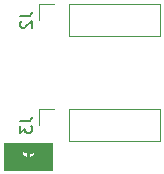
<source format=gbr>
G04 #@! TF.GenerationSoftware,KiCad,Pcbnew,(5.1.2)-2*
G04 #@! TF.CreationDate,2022-10-24T21:46:32-05:00*
G04 #@! TF.ProjectId,nrf24l01_breakout,6e726632-346c-4303-915f-627265616b6f,v1.0*
G04 #@! TF.SameCoordinates,Original*
G04 #@! TF.FileFunction,Legend,Bot*
G04 #@! TF.FilePolarity,Positive*
%FSLAX46Y46*%
G04 Gerber Fmt 4.6, Leading zero omitted, Abs format (unit mm)*
G04 Created by KiCad (PCBNEW (5.1.2)-2) date 2022-10-24 21:46:32*
%MOMM*%
%LPD*%
G04 APERTURE LIST*
%ADD10C,0.010000*%
%ADD11C,0.120000*%
%ADD12C,0.150000*%
G04 APERTURE END LIST*
D10*
G36*
X125285500Y-149834600D02*
G01*
X129349500Y-149834600D01*
X129349500Y-148216620D01*
X127846277Y-148216620D01*
X127844779Y-148366480D01*
X127844332Y-148409416D01*
X127843881Y-148443439D01*
X127843321Y-148469794D01*
X127842551Y-148489729D01*
X127841468Y-148504488D01*
X127839970Y-148515318D01*
X127837954Y-148523465D01*
X127835318Y-148530176D01*
X127831959Y-148536695D01*
X127830573Y-148539200D01*
X127815760Y-148559007D01*
X127793179Y-148578145D01*
X127784853Y-148583864D01*
X127759228Y-148600225D01*
X127726640Y-148620172D01*
X127689107Y-148642540D01*
X127648647Y-148666165D01*
X127607280Y-148689884D01*
X127567023Y-148712533D01*
X127529894Y-148732947D01*
X127497914Y-148749963D01*
X127487680Y-148755220D01*
X127461629Y-148768564D01*
X127437404Y-148781214D01*
X127417099Y-148792060D01*
X127402808Y-148799990D01*
X127398780Y-148802384D01*
X127386773Y-148809353D01*
X127378470Y-148813222D01*
X127377190Y-148813501D01*
X127376327Y-148808611D01*
X127375533Y-148794681D01*
X127374829Y-148772826D01*
X127374240Y-148744167D01*
X127373787Y-148709820D01*
X127373493Y-148670905D01*
X127373381Y-148628539D01*
X127373380Y-148625656D01*
X127373380Y-148582803D01*
X127266700Y-148582803D01*
X127266619Y-148630139D01*
X127266387Y-148674149D01*
X127266019Y-148713836D01*
X127265534Y-148748202D01*
X127264947Y-148776250D01*
X127264275Y-148796981D01*
X127263535Y-148809399D01*
X127262864Y-148812673D01*
X127257283Y-148809916D01*
X127244200Y-148803327D01*
X127225163Y-148793690D01*
X127201721Y-148781788D01*
X127180314Y-148770896D01*
X127141698Y-148750829D01*
X127100862Y-148728887D01*
X127058938Y-148705739D01*
X127017057Y-148682056D01*
X126976352Y-148658507D01*
X126937955Y-148635761D01*
X126902997Y-148614489D01*
X126872611Y-148595360D01*
X126847928Y-148579044D01*
X126830081Y-148566210D01*
X126820831Y-148558225D01*
X126814249Y-148550666D01*
X126808850Y-148542650D01*
X126804520Y-148533137D01*
X126801147Y-148521087D01*
X126798616Y-148505461D01*
X126796813Y-148485220D01*
X126795626Y-148459323D01*
X126794939Y-148426732D01*
X126794640Y-148386406D01*
X126794615Y-148337307D01*
X126794648Y-148318851D01*
X126795035Y-148135340D01*
X126809728Y-148179617D01*
X126821842Y-148212553D01*
X126833817Y-148236999D01*
X126846651Y-148254564D01*
X126861343Y-148266853D01*
X126865380Y-148269266D01*
X126876734Y-148273889D01*
X126895722Y-148279770D01*
X126920000Y-148286255D01*
X126947225Y-148292691D01*
X126956820Y-148294769D01*
X126977504Y-148299007D01*
X127004099Y-148304256D01*
X127035093Y-148310236D01*
X127068977Y-148316670D01*
X127104241Y-148323278D01*
X127139374Y-148329782D01*
X127172867Y-148335903D01*
X127203209Y-148341363D01*
X127228891Y-148345882D01*
X127248401Y-148349183D01*
X127260231Y-148350986D01*
X127262846Y-148351240D01*
X127263635Y-148356152D01*
X127264370Y-148370216D01*
X127265034Y-148392426D01*
X127265610Y-148421774D01*
X127266081Y-148457252D01*
X127266430Y-148497854D01*
X127266642Y-148542572D01*
X127266700Y-148582803D01*
X127373380Y-148582803D01*
X127373380Y-148437793D01*
X127384810Y-148435400D01*
X127393124Y-148433696D01*
X127409705Y-148430327D01*
X127432862Y-148425634D01*
X127460903Y-148419962D01*
X127492136Y-148413653D01*
X127499131Y-148412241D01*
X127561259Y-148399115D01*
X127614133Y-148386595D01*
X127658618Y-148374374D01*
X127695581Y-148362144D01*
X127725884Y-148349600D01*
X127750395Y-148336432D01*
X127769977Y-148322336D01*
X127780679Y-148312315D01*
X127792343Y-148298506D01*
X127806387Y-148279518D01*
X127820150Y-148258987D01*
X127822817Y-148254720D01*
X127846277Y-148216620D01*
X129349500Y-148216620D01*
X129349500Y-147675600D01*
X127845820Y-147675600D01*
X127845820Y-148137577D01*
X127794520Y-148199958D01*
X127775643Y-148222585D01*
X127757707Y-148243495D01*
X127742266Y-148260918D01*
X127730875Y-148273082D01*
X127727210Y-148276617D01*
X127717826Y-148283868D01*
X127703664Y-148293594D01*
X127687245Y-148304212D01*
X127671089Y-148314140D01*
X127657719Y-148321796D01*
X127649656Y-148325600D01*
X127648868Y-148325761D01*
X127648567Y-148321089D01*
X127648865Y-148308445D01*
X127649692Y-148289996D01*
X127650457Y-148276310D01*
X127651940Y-148253823D01*
X127653479Y-148234323D01*
X127653793Y-148231158D01*
X127590063Y-148231158D01*
X127589297Y-148244340D01*
X127587639Y-148262408D01*
X127585389Y-148282783D01*
X127582845Y-148302881D01*
X127580305Y-148320122D01*
X127578068Y-148331924D01*
X127576920Y-148335450D01*
X127571476Y-148337400D01*
X127557878Y-148340623D01*
X127538004Y-148344776D01*
X127513730Y-148349516D01*
X127486934Y-148354500D01*
X127459493Y-148359385D01*
X127433284Y-148363830D01*
X127410185Y-148367490D01*
X127392071Y-148370024D01*
X127382038Y-148371033D01*
X127377219Y-148370191D01*
X127374671Y-148365535D01*
X127373913Y-148354931D01*
X127374418Y-148337270D01*
X127375920Y-148302980D01*
X127428430Y-148283164D01*
X127266161Y-148283164D01*
X127265429Y-148294080D01*
X127262995Y-148299126D01*
X127258400Y-148300433D01*
X127257821Y-148300440D01*
X127250085Y-148299579D01*
X127234062Y-148297181D01*
X127211458Y-148293523D01*
X127183982Y-148288883D01*
X127153343Y-148283537D01*
X127150433Y-148283021D01*
X127120229Y-148277589D01*
X127093659Y-148272681D01*
X127072263Y-148268593D01*
X127057585Y-148265620D01*
X127051166Y-148264058D01*
X127051016Y-148263971D01*
X127049593Y-148257865D01*
X127048755Y-148249717D01*
X126997145Y-148249717D01*
X126996717Y-148254688D01*
X126996588Y-148254720D01*
X126991019Y-148253705D01*
X126977802Y-148250978D01*
X126959213Y-148247014D01*
X126946833Y-148244328D01*
X126925819Y-148239568D01*
X126908547Y-148235331D01*
X126897440Y-148232229D01*
X126894821Y-148231217D01*
X126891329Y-148226047D01*
X126884075Y-148213145D01*
X126873790Y-148193890D01*
X126861206Y-148169660D01*
X126847057Y-148141834D01*
X126842340Y-148132439D01*
X126794260Y-148036381D01*
X126794260Y-147675600D01*
X126895860Y-147675600D01*
X126895860Y-147791625D01*
X126896029Y-147832592D01*
X126896499Y-147877216D01*
X126897214Y-147922073D01*
X126898120Y-147963744D01*
X126899163Y-147998808D01*
X126899204Y-147999967D01*
X126902548Y-148092284D01*
X126947464Y-148116284D01*
X126992380Y-148140285D01*
X126992380Y-148181627D01*
X126992772Y-148203414D01*
X126993807Y-148223226D01*
X126995277Y-148237293D01*
X126995555Y-148238845D01*
X126997145Y-148249717D01*
X127048755Y-148249717D01*
X127048239Y-148244713D01*
X127047060Y-148227134D01*
X127046164Y-148207745D01*
X127045659Y-148189166D01*
X127045651Y-148174016D01*
X127046249Y-148164911D01*
X127046888Y-148163430D01*
X127052696Y-148164884D01*
X127066766Y-148168869D01*
X127087641Y-148174959D01*
X127113863Y-148182727D01*
X127143976Y-148191745D01*
X127157480Y-148195818D01*
X127264160Y-148228056D01*
X127265653Y-148264248D01*
X127266161Y-148283164D01*
X127428430Y-148283164D01*
X127481648Y-148263081D01*
X127512336Y-148251634D01*
X127539726Y-148241672D01*
X127562435Y-148233678D01*
X127579081Y-148228134D01*
X127588280Y-148225521D01*
X127589639Y-148225445D01*
X127590063Y-148231158D01*
X127653793Y-148231158D01*
X127654840Y-148220620D01*
X127655425Y-148216589D01*
X127661103Y-148208809D01*
X127675805Y-148198014D01*
X127699774Y-148184035D01*
X127707634Y-148179815D01*
X127757837Y-148153230D01*
X127761189Y-148038054D01*
X127762269Y-147995065D01*
X127763213Y-147946392D01*
X127763959Y-147896099D01*
X127764445Y-147848245D01*
X127764610Y-147810669D01*
X127764765Y-147777274D01*
X127765161Y-147746781D01*
X127765756Y-147720839D01*
X127766507Y-147701100D01*
X127767374Y-147689212D01*
X127767679Y-147687399D01*
X127728433Y-147687399D01*
X127727976Y-147701966D01*
X127726953Y-147717510D01*
X127726050Y-147733145D01*
X127724903Y-147757286D01*
X127723579Y-147788279D01*
X127722146Y-147824475D01*
X127720670Y-147864222D01*
X127719218Y-147905869D01*
X127718682Y-147921980D01*
X127717003Y-147972901D01*
X127715549Y-148014629D01*
X127714200Y-148048126D01*
X127712833Y-148074355D01*
X127711329Y-148094275D01*
X127709565Y-148108849D01*
X127707420Y-148119038D01*
X127704774Y-148125804D01*
X127701505Y-148130109D01*
X127697493Y-148132913D01*
X127692615Y-148135180D01*
X127691779Y-148135542D01*
X127677866Y-148141102D01*
X127670792Y-148141789D01*
X127668281Y-148137218D01*
X127668019Y-148131530D01*
X127668464Y-148123709D01*
X127669720Y-148107100D01*
X127671669Y-148083036D01*
X127674195Y-148052844D01*
X127677179Y-148017857D01*
X127680505Y-147979403D01*
X127684055Y-147938815D01*
X127687711Y-147897421D01*
X127691356Y-147856552D01*
X127694873Y-147817539D01*
X127698143Y-147781712D01*
X127701051Y-147750401D01*
X127703477Y-147724936D01*
X127705305Y-147706648D01*
X127706372Y-147697190D01*
X127709246Y-147683152D01*
X127712865Y-147678140D01*
X127671055Y-147678140D01*
X127639785Y-147911820D01*
X127633368Y-147959666D01*
X127627309Y-148004631D01*
X127621751Y-148045668D01*
X127616837Y-148081732D01*
X127612710Y-148111779D01*
X127609512Y-148134762D01*
X127607387Y-148149638D01*
X127606518Y-148155189D01*
X127602265Y-148161205D01*
X127591133Y-148168230D01*
X127572027Y-148176860D01*
X127553720Y-148184027D01*
X127532871Y-148191876D01*
X127515918Y-148198241D01*
X127504874Y-148202367D01*
X127501650Y-148203547D01*
X127501289Y-148198813D01*
X127500967Y-148185333D01*
X127500701Y-148164522D01*
X127500506Y-148137792D01*
X127500400Y-148107132D01*
X127459740Y-148107132D01*
X127459740Y-148223705D01*
X127420370Y-148236155D01*
X127401591Y-148242011D01*
X127386608Y-148246528D01*
X127378004Y-148248933D01*
X127377093Y-148249122D01*
X127376021Y-148244439D01*
X127375184Y-148231033D01*
X127374612Y-148210340D01*
X127374341Y-148183797D01*
X127374343Y-148182520D01*
X127266700Y-148182520D01*
X127245553Y-148177768D01*
X127231232Y-148174116D01*
X127221097Y-148170753D01*
X127219407Y-148169927D01*
X127218501Y-148164479D01*
X127217893Y-148150596D01*
X127217561Y-148129997D01*
X127217479Y-148104403D01*
X127217624Y-148075532D01*
X127217974Y-148045104D01*
X127218503Y-148014839D01*
X127219188Y-147986456D01*
X127220006Y-147961676D01*
X127220933Y-147942217D01*
X127221945Y-147929800D01*
X127222765Y-147926121D01*
X127227994Y-147924699D01*
X127239776Y-147922478D01*
X127245301Y-147921563D01*
X127266700Y-147918141D01*
X127266700Y-148182520D01*
X127374343Y-148182520D01*
X127374400Y-148152839D01*
X127374553Y-148137106D01*
X127375920Y-148024572D01*
X127415781Y-148007566D01*
X127434069Y-147999859D01*
X127448460Y-147993974D01*
X127456670Y-147990838D01*
X127457691Y-147990560D01*
X127458275Y-147995403D01*
X127458793Y-148008986D01*
X127459223Y-148029890D01*
X127459537Y-148056695D01*
X127459713Y-148087980D01*
X127459740Y-148107132D01*
X127500400Y-148107132D01*
X127500398Y-148106559D01*
X127500380Y-148087405D01*
X127500380Y-147970890D01*
X127538480Y-147949472D01*
X127568611Y-147817696D01*
X127576765Y-147782371D01*
X127584332Y-147750215D01*
X127590983Y-147722589D01*
X127596385Y-147700849D01*
X127600207Y-147686354D01*
X127602086Y-147680509D01*
X127608881Y-147677711D01*
X127623414Y-147676426D01*
X127638242Y-147676619D01*
X127671055Y-147678140D01*
X127712865Y-147678140D01*
X127713831Y-147676803D01*
X127719588Y-147675600D01*
X127724594Y-147676237D01*
X127727424Y-147679496D01*
X127728433Y-147687399D01*
X127767679Y-147687399D01*
X127767742Y-147687030D01*
X127770149Y-147681141D01*
X127774989Y-147677715D01*
X127784596Y-147676092D01*
X127801300Y-147675617D01*
X127808313Y-147675600D01*
X127845820Y-147675600D01*
X129349500Y-147675600D01*
X129349500Y-147675145D01*
X127560154Y-147675145D01*
X127543510Y-147745222D01*
X127536188Y-147776198D01*
X127528494Y-147808980D01*
X127521336Y-147839696D01*
X127515619Y-147864472D01*
X127515537Y-147864830D01*
X127510348Y-147885661D01*
X127505428Y-147902172D01*
X127501452Y-147912253D01*
X127499661Y-147914360D01*
X127498374Y-147909491D01*
X127497362Y-147895730D01*
X127496660Y-147874337D01*
X127496301Y-147846578D01*
X127496321Y-147813715D01*
X127496477Y-147796250D01*
X127497840Y-147678140D01*
X127528997Y-147676642D01*
X127550684Y-147675600D01*
X127449580Y-147675600D01*
X127449580Y-147948618D01*
X127422910Y-147956479D01*
X127405616Y-147961043D01*
X127390691Y-147964077D01*
X127384810Y-147964750D01*
X127373380Y-147965160D01*
X127373380Y-147915787D01*
X127171282Y-147915787D01*
X127168268Y-147962063D01*
X127166797Y-147986069D01*
X127165087Y-148016188D01*
X127163361Y-148048382D01*
X127161985Y-148075650D01*
X127160038Y-148106981D01*
X127157716Y-148128692D01*
X127155048Y-148140584D01*
X127153031Y-148142960D01*
X127145990Y-148141434D01*
X127131766Y-148137336D01*
X127112790Y-148131388D01*
X127101148Y-148127569D01*
X127054949Y-148112178D01*
X127051617Y-148001839D01*
X127050523Y-147959603D01*
X127049579Y-147911693D01*
X127048847Y-147862284D01*
X127048393Y-147815550D01*
X127048273Y-147783257D01*
X127048261Y-147675600D01*
X126997460Y-147675600D01*
X126997460Y-147758597D01*
X126997305Y-147789226D01*
X126996872Y-147827043D01*
X126996208Y-147869078D01*
X126995363Y-147912364D01*
X126994385Y-147953933D01*
X126994117Y-147964004D01*
X126990774Y-148086415D01*
X126931420Y-148056453D01*
X126931420Y-147675600D01*
X126997460Y-147675600D01*
X127048261Y-147675600D01*
X127048260Y-147675015D01*
X127069850Y-147676577D01*
X127091440Y-147678140D01*
X127099700Y-147752710D01*
X127102982Y-147782418D01*
X127106189Y-147811580D01*
X127108998Y-147837252D01*
X127111086Y-147856487D01*
X127111449Y-147859857D01*
X127114937Y-147892434D01*
X127143109Y-147904111D01*
X127171282Y-147915787D01*
X127373380Y-147915787D01*
X127373380Y-147772769D01*
X127266700Y-147772769D01*
X127266700Y-147869938D01*
X127245301Y-147866516D01*
X127231999Y-147864200D01*
X127223969Y-147862441D01*
X127223012Y-147862057D01*
X127223525Y-147856969D01*
X127225489Y-147843446D01*
X127228658Y-147823069D01*
X127232785Y-147797421D01*
X127237587Y-147768310D01*
X127243810Y-147732496D01*
X127249006Y-147706047D01*
X127253349Y-147688236D01*
X127257013Y-147678339D01*
X127258548Y-147676870D01*
X127200634Y-147676870D01*
X127199981Y-147682057D01*
X127198181Y-147695726D01*
X127195446Y-147716286D01*
X127191986Y-147742151D01*
X127188013Y-147771732D01*
X127187960Y-147772120D01*
X127183982Y-147801737D01*
X127180515Y-147827658D01*
X127177769Y-147848295D01*
X127175956Y-147862060D01*
X127175287Y-147867363D01*
X127175287Y-147867370D01*
X127170927Y-147868349D01*
X127163381Y-147868640D01*
X127159002Y-147868293D01*
X127155668Y-147866307D01*
X127153036Y-147861259D01*
X127150761Y-147851728D01*
X127148500Y-147836291D01*
X127145909Y-147813526D01*
X127142800Y-147783550D01*
X127139753Y-147754431D01*
X127136876Y-147728187D01*
X127134395Y-147706776D01*
X127132533Y-147692155D01*
X127131723Y-147687030D01*
X127131060Y-147681068D01*
X127133543Y-147677649D01*
X127141226Y-147676068D01*
X127156161Y-147675620D01*
X127165004Y-147675600D01*
X127182555Y-147675765D01*
X127195276Y-147676201D01*
X127200604Y-147676816D01*
X127200634Y-147676870D01*
X127258548Y-147676870D01*
X127259876Y-147675600D01*
X127262321Y-147677454D01*
X127264135Y-147683792D01*
X127265398Y-147695774D01*
X127266192Y-147714559D01*
X127266598Y-147741308D01*
X127266700Y-147772769D01*
X127373380Y-147772769D01*
X127373380Y-147675600D01*
X127449580Y-147675600D01*
X127550684Y-147675600D01*
X127560154Y-147675145D01*
X129349500Y-147675145D01*
X129349500Y-147599400D01*
X125285500Y-147599400D01*
X125285500Y-149834600D01*
X125285500Y-149834600D01*
G37*
X125285500Y-149834600D02*
X129349500Y-149834600D01*
X129349500Y-148216620D01*
X127846277Y-148216620D01*
X127844779Y-148366480D01*
X127844332Y-148409416D01*
X127843881Y-148443439D01*
X127843321Y-148469794D01*
X127842551Y-148489729D01*
X127841468Y-148504488D01*
X127839970Y-148515318D01*
X127837954Y-148523465D01*
X127835318Y-148530176D01*
X127831959Y-148536695D01*
X127830573Y-148539200D01*
X127815760Y-148559007D01*
X127793179Y-148578145D01*
X127784853Y-148583864D01*
X127759228Y-148600225D01*
X127726640Y-148620172D01*
X127689107Y-148642540D01*
X127648647Y-148666165D01*
X127607280Y-148689884D01*
X127567023Y-148712533D01*
X127529894Y-148732947D01*
X127497914Y-148749963D01*
X127487680Y-148755220D01*
X127461629Y-148768564D01*
X127437404Y-148781214D01*
X127417099Y-148792060D01*
X127402808Y-148799990D01*
X127398780Y-148802384D01*
X127386773Y-148809353D01*
X127378470Y-148813222D01*
X127377190Y-148813501D01*
X127376327Y-148808611D01*
X127375533Y-148794681D01*
X127374829Y-148772826D01*
X127374240Y-148744167D01*
X127373787Y-148709820D01*
X127373493Y-148670905D01*
X127373381Y-148628539D01*
X127373380Y-148625656D01*
X127373380Y-148582803D01*
X127266700Y-148582803D01*
X127266619Y-148630139D01*
X127266387Y-148674149D01*
X127266019Y-148713836D01*
X127265534Y-148748202D01*
X127264947Y-148776250D01*
X127264275Y-148796981D01*
X127263535Y-148809399D01*
X127262864Y-148812673D01*
X127257283Y-148809916D01*
X127244200Y-148803327D01*
X127225163Y-148793690D01*
X127201721Y-148781788D01*
X127180314Y-148770896D01*
X127141698Y-148750829D01*
X127100862Y-148728887D01*
X127058938Y-148705739D01*
X127017057Y-148682056D01*
X126976352Y-148658507D01*
X126937955Y-148635761D01*
X126902997Y-148614489D01*
X126872611Y-148595360D01*
X126847928Y-148579044D01*
X126830081Y-148566210D01*
X126820831Y-148558225D01*
X126814249Y-148550666D01*
X126808850Y-148542650D01*
X126804520Y-148533137D01*
X126801147Y-148521087D01*
X126798616Y-148505461D01*
X126796813Y-148485220D01*
X126795626Y-148459323D01*
X126794939Y-148426732D01*
X126794640Y-148386406D01*
X126794615Y-148337307D01*
X126794648Y-148318851D01*
X126795035Y-148135340D01*
X126809728Y-148179617D01*
X126821842Y-148212553D01*
X126833817Y-148236999D01*
X126846651Y-148254564D01*
X126861343Y-148266853D01*
X126865380Y-148269266D01*
X126876734Y-148273889D01*
X126895722Y-148279770D01*
X126920000Y-148286255D01*
X126947225Y-148292691D01*
X126956820Y-148294769D01*
X126977504Y-148299007D01*
X127004099Y-148304256D01*
X127035093Y-148310236D01*
X127068977Y-148316670D01*
X127104241Y-148323278D01*
X127139374Y-148329782D01*
X127172867Y-148335903D01*
X127203209Y-148341363D01*
X127228891Y-148345882D01*
X127248401Y-148349183D01*
X127260231Y-148350986D01*
X127262846Y-148351240D01*
X127263635Y-148356152D01*
X127264370Y-148370216D01*
X127265034Y-148392426D01*
X127265610Y-148421774D01*
X127266081Y-148457252D01*
X127266430Y-148497854D01*
X127266642Y-148542572D01*
X127266700Y-148582803D01*
X127373380Y-148582803D01*
X127373380Y-148437793D01*
X127384810Y-148435400D01*
X127393124Y-148433696D01*
X127409705Y-148430327D01*
X127432862Y-148425634D01*
X127460903Y-148419962D01*
X127492136Y-148413653D01*
X127499131Y-148412241D01*
X127561259Y-148399115D01*
X127614133Y-148386595D01*
X127658618Y-148374374D01*
X127695581Y-148362144D01*
X127725884Y-148349600D01*
X127750395Y-148336432D01*
X127769977Y-148322336D01*
X127780679Y-148312315D01*
X127792343Y-148298506D01*
X127806387Y-148279518D01*
X127820150Y-148258987D01*
X127822817Y-148254720D01*
X127846277Y-148216620D01*
X129349500Y-148216620D01*
X129349500Y-147675600D01*
X127845820Y-147675600D01*
X127845820Y-148137577D01*
X127794520Y-148199958D01*
X127775643Y-148222585D01*
X127757707Y-148243495D01*
X127742266Y-148260918D01*
X127730875Y-148273082D01*
X127727210Y-148276617D01*
X127717826Y-148283868D01*
X127703664Y-148293594D01*
X127687245Y-148304212D01*
X127671089Y-148314140D01*
X127657719Y-148321796D01*
X127649656Y-148325600D01*
X127648868Y-148325761D01*
X127648567Y-148321089D01*
X127648865Y-148308445D01*
X127649692Y-148289996D01*
X127650457Y-148276310D01*
X127651940Y-148253823D01*
X127653479Y-148234323D01*
X127653793Y-148231158D01*
X127590063Y-148231158D01*
X127589297Y-148244340D01*
X127587639Y-148262408D01*
X127585389Y-148282783D01*
X127582845Y-148302881D01*
X127580305Y-148320122D01*
X127578068Y-148331924D01*
X127576920Y-148335450D01*
X127571476Y-148337400D01*
X127557878Y-148340623D01*
X127538004Y-148344776D01*
X127513730Y-148349516D01*
X127486934Y-148354500D01*
X127459493Y-148359385D01*
X127433284Y-148363830D01*
X127410185Y-148367490D01*
X127392071Y-148370024D01*
X127382038Y-148371033D01*
X127377219Y-148370191D01*
X127374671Y-148365535D01*
X127373913Y-148354931D01*
X127374418Y-148337270D01*
X127375920Y-148302980D01*
X127428430Y-148283164D01*
X127266161Y-148283164D01*
X127265429Y-148294080D01*
X127262995Y-148299126D01*
X127258400Y-148300433D01*
X127257821Y-148300440D01*
X127250085Y-148299579D01*
X127234062Y-148297181D01*
X127211458Y-148293523D01*
X127183982Y-148288883D01*
X127153343Y-148283537D01*
X127150433Y-148283021D01*
X127120229Y-148277589D01*
X127093659Y-148272681D01*
X127072263Y-148268593D01*
X127057585Y-148265620D01*
X127051166Y-148264058D01*
X127051016Y-148263971D01*
X127049593Y-148257865D01*
X127048755Y-148249717D01*
X126997145Y-148249717D01*
X126996717Y-148254688D01*
X126996588Y-148254720D01*
X126991019Y-148253705D01*
X126977802Y-148250978D01*
X126959213Y-148247014D01*
X126946833Y-148244328D01*
X126925819Y-148239568D01*
X126908547Y-148235331D01*
X126897440Y-148232229D01*
X126894821Y-148231217D01*
X126891329Y-148226047D01*
X126884075Y-148213145D01*
X126873790Y-148193890D01*
X126861206Y-148169660D01*
X126847057Y-148141834D01*
X126842340Y-148132439D01*
X126794260Y-148036381D01*
X126794260Y-147675600D01*
X126895860Y-147675600D01*
X126895860Y-147791625D01*
X126896029Y-147832592D01*
X126896499Y-147877216D01*
X126897214Y-147922073D01*
X126898120Y-147963744D01*
X126899163Y-147998808D01*
X126899204Y-147999967D01*
X126902548Y-148092284D01*
X126947464Y-148116284D01*
X126992380Y-148140285D01*
X126992380Y-148181627D01*
X126992772Y-148203414D01*
X126993807Y-148223226D01*
X126995277Y-148237293D01*
X126995555Y-148238845D01*
X126997145Y-148249717D01*
X127048755Y-148249717D01*
X127048239Y-148244713D01*
X127047060Y-148227134D01*
X127046164Y-148207745D01*
X127045659Y-148189166D01*
X127045651Y-148174016D01*
X127046249Y-148164911D01*
X127046888Y-148163430D01*
X127052696Y-148164884D01*
X127066766Y-148168869D01*
X127087641Y-148174959D01*
X127113863Y-148182727D01*
X127143976Y-148191745D01*
X127157480Y-148195818D01*
X127264160Y-148228056D01*
X127265653Y-148264248D01*
X127266161Y-148283164D01*
X127428430Y-148283164D01*
X127481648Y-148263081D01*
X127512336Y-148251634D01*
X127539726Y-148241672D01*
X127562435Y-148233678D01*
X127579081Y-148228134D01*
X127588280Y-148225521D01*
X127589639Y-148225445D01*
X127590063Y-148231158D01*
X127653793Y-148231158D01*
X127654840Y-148220620D01*
X127655425Y-148216589D01*
X127661103Y-148208809D01*
X127675805Y-148198014D01*
X127699774Y-148184035D01*
X127707634Y-148179815D01*
X127757837Y-148153230D01*
X127761189Y-148038054D01*
X127762269Y-147995065D01*
X127763213Y-147946392D01*
X127763959Y-147896099D01*
X127764445Y-147848245D01*
X127764610Y-147810669D01*
X127764765Y-147777274D01*
X127765161Y-147746781D01*
X127765756Y-147720839D01*
X127766507Y-147701100D01*
X127767374Y-147689212D01*
X127767679Y-147687399D01*
X127728433Y-147687399D01*
X127727976Y-147701966D01*
X127726953Y-147717510D01*
X127726050Y-147733145D01*
X127724903Y-147757286D01*
X127723579Y-147788279D01*
X127722146Y-147824475D01*
X127720670Y-147864222D01*
X127719218Y-147905869D01*
X127718682Y-147921980D01*
X127717003Y-147972901D01*
X127715549Y-148014629D01*
X127714200Y-148048126D01*
X127712833Y-148074355D01*
X127711329Y-148094275D01*
X127709565Y-148108849D01*
X127707420Y-148119038D01*
X127704774Y-148125804D01*
X127701505Y-148130109D01*
X127697493Y-148132913D01*
X127692615Y-148135180D01*
X127691779Y-148135542D01*
X127677866Y-148141102D01*
X127670792Y-148141789D01*
X127668281Y-148137218D01*
X127668019Y-148131530D01*
X127668464Y-148123709D01*
X127669720Y-148107100D01*
X127671669Y-148083036D01*
X127674195Y-148052844D01*
X127677179Y-148017857D01*
X127680505Y-147979403D01*
X127684055Y-147938815D01*
X127687711Y-147897421D01*
X127691356Y-147856552D01*
X127694873Y-147817539D01*
X127698143Y-147781712D01*
X127701051Y-147750401D01*
X127703477Y-147724936D01*
X127705305Y-147706648D01*
X127706372Y-147697190D01*
X127709246Y-147683152D01*
X127712865Y-147678140D01*
X127671055Y-147678140D01*
X127639785Y-147911820D01*
X127633368Y-147959666D01*
X127627309Y-148004631D01*
X127621751Y-148045668D01*
X127616837Y-148081732D01*
X127612710Y-148111779D01*
X127609512Y-148134762D01*
X127607387Y-148149638D01*
X127606518Y-148155189D01*
X127602265Y-148161205D01*
X127591133Y-148168230D01*
X127572027Y-148176860D01*
X127553720Y-148184027D01*
X127532871Y-148191876D01*
X127515918Y-148198241D01*
X127504874Y-148202367D01*
X127501650Y-148203547D01*
X127501289Y-148198813D01*
X127500967Y-148185333D01*
X127500701Y-148164522D01*
X127500506Y-148137792D01*
X127500400Y-148107132D01*
X127459740Y-148107132D01*
X127459740Y-148223705D01*
X127420370Y-148236155D01*
X127401591Y-148242011D01*
X127386608Y-148246528D01*
X127378004Y-148248933D01*
X127377093Y-148249122D01*
X127376021Y-148244439D01*
X127375184Y-148231033D01*
X127374612Y-148210340D01*
X127374341Y-148183797D01*
X127374343Y-148182520D01*
X127266700Y-148182520D01*
X127245553Y-148177768D01*
X127231232Y-148174116D01*
X127221097Y-148170753D01*
X127219407Y-148169927D01*
X127218501Y-148164479D01*
X127217893Y-148150596D01*
X127217561Y-148129997D01*
X127217479Y-148104403D01*
X127217624Y-148075532D01*
X127217974Y-148045104D01*
X127218503Y-148014839D01*
X127219188Y-147986456D01*
X127220006Y-147961676D01*
X127220933Y-147942217D01*
X127221945Y-147929800D01*
X127222765Y-147926121D01*
X127227994Y-147924699D01*
X127239776Y-147922478D01*
X127245301Y-147921563D01*
X127266700Y-147918141D01*
X127266700Y-148182520D01*
X127374343Y-148182520D01*
X127374400Y-148152839D01*
X127374553Y-148137106D01*
X127375920Y-148024572D01*
X127415781Y-148007566D01*
X127434069Y-147999859D01*
X127448460Y-147993974D01*
X127456670Y-147990838D01*
X127457691Y-147990560D01*
X127458275Y-147995403D01*
X127458793Y-148008986D01*
X127459223Y-148029890D01*
X127459537Y-148056695D01*
X127459713Y-148087980D01*
X127459740Y-148107132D01*
X127500400Y-148107132D01*
X127500398Y-148106559D01*
X127500380Y-148087405D01*
X127500380Y-147970890D01*
X127538480Y-147949472D01*
X127568611Y-147817696D01*
X127576765Y-147782371D01*
X127584332Y-147750215D01*
X127590983Y-147722589D01*
X127596385Y-147700849D01*
X127600207Y-147686354D01*
X127602086Y-147680509D01*
X127608881Y-147677711D01*
X127623414Y-147676426D01*
X127638242Y-147676619D01*
X127671055Y-147678140D01*
X127712865Y-147678140D01*
X127713831Y-147676803D01*
X127719588Y-147675600D01*
X127724594Y-147676237D01*
X127727424Y-147679496D01*
X127728433Y-147687399D01*
X127767679Y-147687399D01*
X127767742Y-147687030D01*
X127770149Y-147681141D01*
X127774989Y-147677715D01*
X127784596Y-147676092D01*
X127801300Y-147675617D01*
X127808313Y-147675600D01*
X127845820Y-147675600D01*
X129349500Y-147675600D01*
X129349500Y-147675145D01*
X127560154Y-147675145D01*
X127543510Y-147745222D01*
X127536188Y-147776198D01*
X127528494Y-147808980D01*
X127521336Y-147839696D01*
X127515619Y-147864472D01*
X127515537Y-147864830D01*
X127510348Y-147885661D01*
X127505428Y-147902172D01*
X127501452Y-147912253D01*
X127499661Y-147914360D01*
X127498374Y-147909491D01*
X127497362Y-147895730D01*
X127496660Y-147874337D01*
X127496301Y-147846578D01*
X127496321Y-147813715D01*
X127496477Y-147796250D01*
X127497840Y-147678140D01*
X127528997Y-147676642D01*
X127550684Y-147675600D01*
X127449580Y-147675600D01*
X127449580Y-147948618D01*
X127422910Y-147956479D01*
X127405616Y-147961043D01*
X127390691Y-147964077D01*
X127384810Y-147964750D01*
X127373380Y-147965160D01*
X127373380Y-147915787D01*
X127171282Y-147915787D01*
X127168268Y-147962063D01*
X127166797Y-147986069D01*
X127165087Y-148016188D01*
X127163361Y-148048382D01*
X127161985Y-148075650D01*
X127160038Y-148106981D01*
X127157716Y-148128692D01*
X127155048Y-148140584D01*
X127153031Y-148142960D01*
X127145990Y-148141434D01*
X127131766Y-148137336D01*
X127112790Y-148131388D01*
X127101148Y-148127569D01*
X127054949Y-148112178D01*
X127051617Y-148001839D01*
X127050523Y-147959603D01*
X127049579Y-147911693D01*
X127048847Y-147862284D01*
X127048393Y-147815550D01*
X127048273Y-147783257D01*
X127048261Y-147675600D01*
X126997460Y-147675600D01*
X126997460Y-147758597D01*
X126997305Y-147789226D01*
X126996872Y-147827043D01*
X126996208Y-147869078D01*
X126995363Y-147912364D01*
X126994385Y-147953933D01*
X126994117Y-147964004D01*
X126990774Y-148086415D01*
X126931420Y-148056453D01*
X126931420Y-147675600D01*
X126997460Y-147675600D01*
X127048261Y-147675600D01*
X127048260Y-147675015D01*
X127069850Y-147676577D01*
X127091440Y-147678140D01*
X127099700Y-147752710D01*
X127102982Y-147782418D01*
X127106189Y-147811580D01*
X127108998Y-147837252D01*
X127111086Y-147856487D01*
X127111449Y-147859857D01*
X127114937Y-147892434D01*
X127143109Y-147904111D01*
X127171282Y-147915787D01*
X127373380Y-147915787D01*
X127373380Y-147772769D01*
X127266700Y-147772769D01*
X127266700Y-147869938D01*
X127245301Y-147866516D01*
X127231999Y-147864200D01*
X127223969Y-147862441D01*
X127223012Y-147862057D01*
X127223525Y-147856969D01*
X127225489Y-147843446D01*
X127228658Y-147823069D01*
X127232785Y-147797421D01*
X127237587Y-147768310D01*
X127243810Y-147732496D01*
X127249006Y-147706047D01*
X127253349Y-147688236D01*
X127257013Y-147678339D01*
X127258548Y-147676870D01*
X127200634Y-147676870D01*
X127199981Y-147682057D01*
X127198181Y-147695726D01*
X127195446Y-147716286D01*
X127191986Y-147742151D01*
X127188013Y-147771732D01*
X127187960Y-147772120D01*
X127183982Y-147801737D01*
X127180515Y-147827658D01*
X127177769Y-147848295D01*
X127175956Y-147862060D01*
X127175287Y-147867363D01*
X127175287Y-147867370D01*
X127170927Y-147868349D01*
X127163381Y-147868640D01*
X127159002Y-147868293D01*
X127155668Y-147866307D01*
X127153036Y-147861259D01*
X127150761Y-147851728D01*
X127148500Y-147836291D01*
X127145909Y-147813526D01*
X127142800Y-147783550D01*
X127139753Y-147754431D01*
X127136876Y-147728187D01*
X127134395Y-147706776D01*
X127132533Y-147692155D01*
X127131723Y-147687030D01*
X127131060Y-147681068D01*
X127133543Y-147677649D01*
X127141226Y-147676068D01*
X127156161Y-147675620D01*
X127165004Y-147675600D01*
X127182555Y-147675765D01*
X127195276Y-147676201D01*
X127200604Y-147676816D01*
X127200634Y-147676870D01*
X127258548Y-147676870D01*
X127259876Y-147675600D01*
X127262321Y-147677454D01*
X127264135Y-147683792D01*
X127265398Y-147695774D01*
X127266192Y-147714559D01*
X127266598Y-147741308D01*
X127266700Y-147772769D01*
X127373380Y-147772769D01*
X127373380Y-147675600D01*
X127449580Y-147675600D01*
X127550684Y-147675600D01*
X127560154Y-147675145D01*
X129349500Y-147675145D01*
X129349500Y-147599400D01*
X125285500Y-147599400D01*
X125285500Y-149834600D01*
D11*
X128210000Y-135830000D02*
X128210000Y-137160000D01*
X129540000Y-135830000D02*
X128210000Y-135830000D01*
X130810000Y-135830000D02*
X130810000Y-138490000D01*
X130810000Y-138490000D02*
X138490000Y-138490000D01*
X130810000Y-135830000D02*
X138490000Y-135830000D01*
X138490000Y-135830000D02*
X138490000Y-138490000D01*
X138490000Y-144720000D02*
X138490000Y-147380000D01*
X130810000Y-144720000D02*
X138490000Y-144720000D01*
X130810000Y-147380000D02*
X138490000Y-147380000D01*
X130810000Y-144720000D02*
X130810000Y-147380000D01*
X129540000Y-144720000D02*
X128210000Y-144720000D01*
X128210000Y-144720000D02*
X128210000Y-146050000D01*
D12*
X126662380Y-136826666D02*
X127376666Y-136826666D01*
X127519523Y-136779047D01*
X127614761Y-136683809D01*
X127662380Y-136540952D01*
X127662380Y-136445714D01*
X126757619Y-137255238D02*
X126710000Y-137302857D01*
X126662380Y-137398095D01*
X126662380Y-137636190D01*
X126710000Y-137731428D01*
X126757619Y-137779047D01*
X126852857Y-137826666D01*
X126948095Y-137826666D01*
X127090952Y-137779047D01*
X127662380Y-137207619D01*
X127662380Y-137826666D01*
X126662380Y-145716666D02*
X127376666Y-145716666D01*
X127519523Y-145669047D01*
X127614761Y-145573809D01*
X127662380Y-145430952D01*
X127662380Y-145335714D01*
X126662380Y-146097619D02*
X126662380Y-146716666D01*
X127043333Y-146383333D01*
X127043333Y-146526190D01*
X127090952Y-146621428D01*
X127138571Y-146669047D01*
X127233809Y-146716666D01*
X127471904Y-146716666D01*
X127567142Y-146669047D01*
X127614761Y-146621428D01*
X127662380Y-146526190D01*
X127662380Y-146240476D01*
X127614761Y-146145238D01*
X127567142Y-146097619D01*
M02*

</source>
